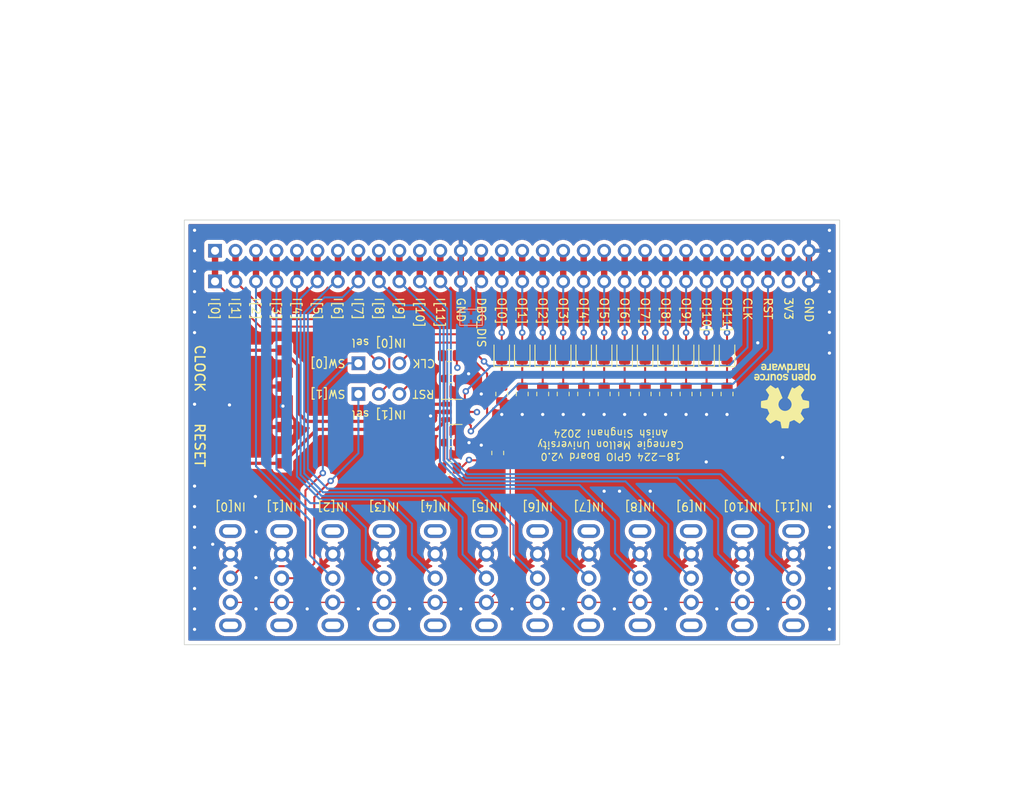
<source format=kicad_pcb>
(kicad_pcb (version 20221018) (generator pcbnew)
  (layers (0 "F.Cu" signal) (1 "In1.Cu" signal) (2 "In2.Cu" signal) (31 "B.Cu" signal) (34 "B.Paste" user) (35 "F.Paste" user) (36 "B.SilkS" user "B.Silkscreen") (37 "F.SilkS" user "F.Silkscreen") (38 "B.Mask" user) (39 "F.Mask" user) (44 "Edge.Cuts" user))
  (net 0 "")
  (net 1 "DBG_DIS")
  (net 2 "+3V3")
  (net 3 "Net-(C5-Pad1)")
  (net 4 "Net-(C6-Pad1)")
  (net 5 "Net-(D1-K)")
  (net 6 "out0")
  (net 7 "Net-(D2-K)")
  (net 8 "out1")
  (net 9 "Net-(D3-K)")
  (net 10 "out2")
  (net 11 "Net-(D4-K)")
  (net 12 "out3")
  (net 13 "Net-(D5-K)")
  (net 14 "out4")
  (net 15 "Net-(D6-K)")
  (net 16 "out5")
  (net 17 "Net-(D7-K)")
  (net 18 "out6")
  (net 19 "Net-(D8-K)")
  (net 20 "out7")
  (net 21 "Net-(D9-K)")
  (net 22 "out8")
  (net 23 "Net-(D10-K)")
  (net 24 "out9")
  (net 25 "Net-(D11-K)")
  (net 26 "out10")
  (net 27 "Net-(D12-K)")
  (net 28 "out11")
  (net 29 "in0")
  (net 30 "in1")
  (net 31 "in2")
  (net 32 "in3")
  (net 33 "in4")
  (net 34 "in5")
  (net 35 "in6")
  (net 36 "in7")
  (net 37 "in8")
  (net 38 "in9")
  (net 39 "in10")
  (net 40 "in11")
  (net 41 "uio_clk")
  (net 42 "uio_rst")
  (net 43 "SWPWR")
  (net 44 "GND")
  (net 45 "in1sw")
  (net 46 "in0sw")
  (footprint "Resistor_SMD:R_0805_2012Metric" (layer "F.Cu") (at 148.4575 82.87 180)
    (fp_text reference "R16" hide)
    (fp_text value "10K")
  )
  (footprint "Resistor_SMD:R_0805_2012Metric" (layer "F.Cu") (at 154.94 87.63 -90)
    (fp_text reference "R1" hide)
    (fp_text value "1K")
  )
  (footprint "SS12F44G4:SS12F44G4" (layer "F.Cu") (at 121.285 110.49 180)
    (fp_text reference "SW1" hide)
    (fp_text value "SS12F44G4")
  )
  (footprint "Resistor_SMD:R_0805_2012Metric" (layer "F.Cu") (at 148.4575 96.84 180)
    (fp_text reference "R15" hide)
    (fp_text value "10K")
  )
  (footprint "LED_SMD:LED_0805_2012Metric" (layer "F.Cu") (at 175.26 82.55 90)
    (fp_text reference "D9" hide)
    (fp_text value "LED")
  )
  (footprint "LED_SMD:LED_0805_2012Metric" (layer "F.Cu") (at 167.64 82.55 90)
    (fp_text reference "D6" hide)
    (fp_text value "LED")
  )
  (footprint "Capacitor_SMD:C_0603_1608Metric" (layer "F.Cu") (at 148.59 85.725)
    (fp_text reference "C6" hide)
    (fp_text value "1u")
  )
  (footprint "Resistor_SMD:R_0805_2012Metric" (layer "F.Cu") (at 167.64 87.63 -90)
    (fp_text reference "R6" hide)
    (fp_text value "1K")
  )
  (footprint "Resistor_SMD:R_0805_2012Metric" (layer "F.Cu") (at 180.34 87.63 -90)
    (fp_text reference "R11" hide)
    (fp_text value "1K")
  )
  (footprint "LED_SMD:LED_0805_2012Metric" (layer "F.Cu") (at 160.02 82.55 90)
    (fp_text reference "D3" hide)
    (fp_text value "LED")
  )
  (footprint "Resistor_SMD:R_0805_2012Metric" (layer "F.Cu") (at 162.56 87.63 -90)
    (fp_text reference "R4" hide)
    (fp_text value "1K")
  )
  (footprint "SS12F44G4:SS12F44G4" (layer "F.Cu") (at 146.685 110.49 180)
    (fp_text reference "SW5" hide)
    (fp_text value "SS12F44G4")
  )
  (footprint "SS12F44G4:SS12F44G4" (layer "F.Cu") (at 191.135 110.49 180)
    (fp_text reference "SW12" hide)
    (fp_text value "SS12F44G4")
  )
  (footprint "LED_SMD:LED_0805_2012Metric" (layer "F.Cu") (at 172.72 82.55 90)
    (fp_text reference "D8" hide)
    (fp_text value "LED")
  )
  (footprint "Resistor_SMD:R_0805_2012Metric" (layer "F.Cu") (at 175.26 87.63 -90)
    (fp_text reference "R9" hide)
    (fp_text value "1K")
  )
  (footprint "LED_SMD:LED_0805_2012Metric" (layer "F.Cu") (at 154.94 82.55 90)
    (fp_text reference "D1" hide)
    (fp_text value "LED")
  )
  (footprint "Resistor_SMD:R_0805_2012Metric" (layer "F.Cu") (at 170.18 87.63 -90)
    (fp_text reference "R7" hide)
    (fp_text value "1K")
  )
  (footprint "Resistor_SMD:R_0805_2012Metric" (layer "F.Cu") (at 165.1 87.63 -90)
    (fp_text reference "R5" hide)
    (fp_text value "1K")
  )
  (footprint "LED_SMD:LED_0805_2012Metric" (layer "F.Cu") (at 177.8 82.55 90)
    (fp_text reference "D10" hide)
    (fp_text value "LED")
  )
  (footprint "SS12F44G4:SS12F44G4" (layer "F.Cu") (at 178.435 110.49 180)
    (fp_text reference "SW10" hide)
    (fp_text value "SS12F44G4")
  )
  (footprint "Button_Switch_SMD:SW_Push_1P1T_NO_6x6mm_H9.5mm" (layer "F.Cu") (at 123.825 93.98)
    (fp_text reference "SW13" hide)
    (fp_text value "BTN_RST")
  )
  (footprint "SS12F44G4:SS12F44G4" (layer "F.Cu") (at 140.335 110.49 180)
    (fp_text reference "SW4" hide)
    (fp_text value "SS12F44G4")
  )
  (footprint "LED_SMD:LED_0805_2012Metric" (layer "F.Cu") (at 180.34 82.55 90)
    (fp_text reference "D11" hide)
    (fp_text value "LED")
  )
  (footprint "SS12F44G4:SS12F44G4" (layer "F.Cu") (at 184.785 110.49 180)
    (fp_text reference "SW11" hide)
    (fp_text value "SS12F44G4")
  )
  (footprint "Connector_PinHeader_2.54mm:PinHeader_1x03_P2.54mm_Vertical" (layer "F.Cu") (at 137.16 83.82 90)
    (fp_text reference "JP4" hide)
    (fp_text value "CLK_JMP")
  )
  (footprint "SS12F44G4:SS12F44G4" (layer "F.Cu") (at 133.985 110.49 180)
    (fp_text reference "SW3" hide)
    (fp_text value "SS12F44G4")
  )
  (footprint "SS12F44G4:SS12F44G4" (layer "F.Cu") (at 159.385 110.49 180)
    (fp_text reference "SW7" hide)
    (fp_text value "SS12F44G4")
  )
  (footprint "LED_SMD:LED_0805_2012Metric" (layer "F.Cu") (at 162.56 82.55 90)
    (fp_text reference "D4" hide)
    (fp_text value "LED")
  )
  (footprint "Resistor_SMD:R_0805_2012Metric" (layer "F.Cu") (at 172.72 87.63 -90)
    (fp_text reference "R8" hide)
    (fp_text value "1K")
  )
  (footprint "Resistor_SMD:R_0805_2012Metric" (layer "F.Cu") (at 160.02 87.63 -90)
    (fp_text reference "R3" hide)
    (fp_text value "1K")
  )
  (footprint "SS12F44G4:SS12F44G4" (layer "F.Cu") (at 172.085 110.49 180)
    (fp_text reference "SW9" hide)
    (fp_text value "SS12F44G4")
  )
  (footprint "Resistor_SMD:R_0805_2012Metric" (layer "F.Cu") (at 154.44 94.95 90)
    (fp_text reference "R17" hide)
    (fp_text value "330R")
  )
  (footprint "SS12F44G4:SS12F44G4" (layer "F.Cu") (at 127.635 110.49 180)
    (fp_text reference "SW2" hide)
    (fp_text value "SS12F44G4")
  )
  (footprint "Connector_PinHeader_2.54mm:PinHeader_1x30_P2.54mm_Vertical" (layer "F.Cu") (at 119.38 69.85 90)
    (fp_text reference "J1" hide)
    (fp_text value "GPIO_HDR")
  )
  (footprint "LED_SMD:LED_0805_2012Metric" (layer "F.Cu") (at 170.18 82.55 90)
    (fp_text reference "D7" hide)
    (fp_text value "LED")
  )
  (footprint "LED_SMD:LED_0805_2012Metric" (layer "F.Cu") (at 165.1 82.55 90)
    (fp_text reference "D5" hide)
    (fp_text value "LED")
  )
  (footprint "SS12F44G4:SS12F44G4" (layer "F.Cu") (at 165.735 110.49 180)
    (fp_text reference "SW8" hide)
    (fp_text value "SS12F44G4")
  )
  (footprint "Connector_PinHeader_2.54mm:PinHeader_1x03_P2.54mm_Vertical" (layer "F.Cu") (at 137.16 87.63 90)
    (fp_text reference "JP1" hide)
    (fp_text value "RST_JMP")
  )
  (footprint "Resistor_SMD:R_0805_2012Metric" (layer "F.Cu") (at 157.48 87.63 -90)
    (fp_text reference "R2" hide)
    (fp_text value "1K")
  )
  (footprint "LED_SMD:LED_0805_2012Metric" (layer "F.Cu") (at 182.88 82.55 90)
    (fp_text reference "D12" hide)
    (fp_text value "LED")
  )
  (footprint "Connector_PinHeader_2.54mm:PinHeader_1x30_P2.54mm_Vertical" (layer "F.Cu") (at 119.38 73.66 90)
    (fp_text reference "J3" hide)
    (fp_text value "BREAKOUT_HDR")
  )
  (footprint "Capacitor_SMD:C_0603_1608Metric" (layer "F.Cu") (at 148.59 93.665)
    (fp_text reference "C5" hide)
    (fp_text value "1u")
  )
  (footprint "Resistor_SMD:R_0805_2012Metric" (layer "F.Cu") (at 177.8 87.63 -90)
    (fp_text reference "R10" hide)
    (fp_text value "1K")
  )
  (footprint "Button_Switch_SMD:SW_Push_1P1T_NO_6x6mm_H9.5mm" (layer "F.Cu") (at 123.825 84.455 180)
    (fp_text reference "SW14" hide)
    (fp_text value "BTN_CLK")
  )
  (footprint "Symbol:OSHW-Logo_7.5x8mm_SilkScreen" (layer "F.Cu") (at 190.08 87.88 180)
    (fp_text reference "REF**" hide)
    (fp_text value "OSHW-Logo_7.5x8mm_SilkScreen" hide)
  )
  (footprint "Package_TO_SOT_SMD:SOT-23-6" (layer "F.Cu") (at 149.225 89.855)
    (fp_text reference "U2" hide)
    (fp_text value "74LVC2G14")
  )
  (footprint "LED_SMD:LED_0805_2012Metric" (layer "F.Cu") (at 157.48 82.55 90)
    (fp_text reference "D2" hide)
    (fp_text value "LED")
  )
  (footprint "Resistor_SMD:R_0805_2012Metric" (layer "F.Cu") (at 182.88 87.63 -90)
    (fp_text reference "R12" hide)
    (fp_text value "1K")
  )
  (footprint "SS12F44G4:SS12F44G4" (layer "F.Cu") (at 153.035 110.49 180)
    (fp_text reference "SW6" hide)
    (fp_text value "SS12F44G4")
  )
  (footprint "Jumper:SolderJumper-2_P1.3mm_Bridged_Pad1.0x1.5mm" (layer "B.Cu") (at 151.13 78.105 180)
    (fp_text reference "JP3" hide)
    (fp_text value "DBG_JMP" hide)
  )
  (gr_rect (start 115.57 66.04) (end 196.85 118.745) (stroke (width 0.1)) (fill none) (layer "Edge.Cuts"))
  (gr_text "DBG_DIS" (at 152.4 75.565 270) (layer "F.SilkS") (effects (font (size 1 1)) (justify left)))
  (gr_text "SW[1]" (at 135.636 87.63 180) (layer "F.SilkS") (effects (font (size 1 1)) (justify left)))
  (gr_text "IN[4]" (at 146.685 101.6 180) (layer "F.SilkS") (effects (font (size 1 1))))
  (gr_text "RST" (at 187.96 75.565 270) (layer "F.SilkS") (effects (font (size 1 1)) (justify left)))
  (gr_text "IN[7]" (at 165.735 101.6 180) (layer "F.SilkS") (effects (font (size 1 1))))
  (gr_text "IN[1]" (at 127.635 101.6 180) (layer "F.SilkS") (effects (font (size 1 1))))
  (gr_text "IN[0] sel" (at 139.7 81.28 180) (layer "F.SilkS") (effects (font (size 1 1))))
  (gr_text "I[4]" (at 129.54 75.565 270) (layer "F.SilkS") (effects (font (size 1 1)) (justify left)))
  (gr_text "I[9]" (at 142.24 75.565 270) (layer "F.SilkS") (effects (font (size 1 1)) (justify left)))
  (gr_text "IN[3]" (at 140.335 101.6 180) (layer "F.SilkS") (effects (font (size 1 1))))
  (gr_text "I[10]" (at 144.78 75.565 270) (layer "F.SilkS") (effects (font (size 1 1)) (justify left)))
  (gr_text "CLK" (at 143.764 83.82 180) (layer "F.SilkS") (effects (font (size 1 1)) (justify right)))
  (gr_text "IN[0]" (at 121.285 101.6 180) (layer "F.SilkS") (effects (font (size 1 1))))
  (gr_text "I[8]" (at 139.7 75.565 270) (layer "F.SilkS") (effects (font (size 1 1)) (justify left)))
  (gr_text "GND" (at 193.04 75.565 270) (layer "F.SilkS") (effects (font (size 1 1)) (justify left)))
  (gr_text "CLOCK" (at 117.475 84.455 -90) (layer "F.SilkS") (effects (font (size 1.2 1.2) (thickness 0.2) bold)))
  (gr_text "I[3]" (at 127 75.565 270) (layer "F.SilkS") (effects (font (size 1 1)) (justify left)))
  (gr_text "O[10]" (at 180.34 75.565 270) (layer "F.SilkS") (effects (font (size 1 1)) (justify left)))
  (gr_text "3V3" (at 190.5 75.565 270) (layer "F.SilkS") (effects (font (size 1 1)) (justify left)))
  (gr_text "O[5]" (at 167.64 75.565 270) (layer "F.SilkS") (effects (font (size 1 1)) (justify left)))
  (gr_text "O[1]" (at 157.48 75.565 270) (layer "F.SilkS") (effects (font (size 1 1)) (justify left)))
  (gr_text "IN[1] sel" (at 139.7 90.17 180) (layer "F.SilkS") (effects (font (size 1 1))))
  (gr_text "I[2]" (at 124.46 75.565 270) (layer "F.SilkS") (effects (font (size 1 1)) (justify left)))
  (gr_text "IN[6]" (at 159.385 101.6 180) (layer "F.SilkS") (effects (font (size 1 1))))
  (gr_text "18-224 GPIO Board v2.0\nCarnegie Mellon University\nAnish Singhani 2024" (at 168.44 93.96 180) (layer "F.SilkS") (effects (font (size 0.9 0.9) (thickness 0.13))))
  (gr_text "IN[11]" (at 191.135 101.6 180) (layer "F.SilkS") (effects (font (size 1 1))))
  (gr_text "O[6]" (at 170.18 75.565 270) (layer "F.SilkS") (effects (font (size 1 1)) (justify left)))
  (gr_text "I[1]" (at 121.92 75.565 270) (layer "F.SilkS") (effects (font (size 1 1)) (justify left)))
  (gr_text "RST" (at 143.764 87.63 180) (layer "F.SilkS") (effects (font (size 1 1)) (justify right)))
  (gr_text "I[5]" (at 132.08 75.565 270) (layer "F.SilkS") (effects (font (size 1 1)) (justify left)))
  (gr_text "SW[0]" (at 135.636 83.82 180) (layer "F.SilkS") (effects (font (size 1 1)) (justify left)))
  (gr_text "O[7]" (at 172.72 75.565 270) (layer "F.SilkS") (effects (font (size 1 1)) (justify left)))
  (gr_text "O[0]" (at 154.94 75.565 270) (layer "F.SilkS") (effects (font (size 1 1)) (justify left)))
  (gr_text "IN[10]" (at 184.785 101.6 180) (layer "F.SilkS") (effects (font (size 1 1))))
  (gr_text "I[11]" (at 147.32 75.565 270) (layer "F.SilkS") (effects (font (size 1 1)) (justify left)))
  (gr_text "O[9]" (at 177.8 75.565 270) (layer "F.SilkS") (effects (font (size 1 1)) (justify left)))
  (gr_text "I[6]" (at 134.62 75.565 270) (layer "F.SilkS") (effects (font (size 1 1)) (justify left)))
  (gr_text "GND" (at 149.86 75.565 270) (layer "F.SilkS") (effects (font (size 1 1)) (justify left)))
  (gr_text "IN[5]" (at 153.035 101.6 180) (layer "F.SilkS") (effects (font (size 1 1))))
  (gr_text "I[0]" (at 119.38 75.565 -90) (layer "F.SilkS") (effects (font (size 1 1)) (justify left)))
  (gr_text "IN[2]" (at 133.985 101.6 180) (layer "F.SilkS") (effects (font (size 1 1))))
  (gr_text "IN[9]" (at 178.435 101.6 180) (layer "F.SilkS") (effects (font (size 1 1))))
  (gr_text "O[11]" (at 182.88 75.565 270) (layer "F.SilkS") (effects (font (size 1 1)) (justify left)))
  (gr_text "IN[8]" (at 172.085 101.6 180) (layer "F.SilkS") (effects (font (size 1 1))))
  (gr_text "O[3]" (at 162.56 75.565 270) (layer "F.SilkS") (effects (font (size 1 1)) (justify left)))
  (gr_text "O[8]" (at 175.26 75.565 270) (layer "F.SilkS") (effects (font (size 1 1)) (justify left)))
  (gr_text "O[2]" (at 160.02 75.565 270) (layer "F.SilkS") (effects (font (size 1 1)) (justify left)))
  (gr_text "O[4]" (at 165.1 75.565 270) (layer "F.SilkS") (effects (font (size 1 1)) (justify left)))
  (gr_text "I[7]" (at 137.16 75.565 270) (layer "F.SilkS") (effects (font (size 1 1)) (justify left)))
  (gr_text "RESET" (at 117.475 93.98 -90) (layer "F.SilkS") (effects (font (size 1.2 1.2) (thickness 0.2) bold)))
  (gr_text "CLK" (at 185.42 75.565 270) (layer "F.SilkS") (effects (font (size 1 1)) (justify left)))
  (segment (start 152.4 73.66) (end 152.4 69.85) (width 0.8) (layer "F.Cu") (net 1))
  (segment (start 151.78 74.28) (end 152.4 73.66) (width 0.25) (layer "B.Cu") (net 1))
  (segment (start 151.78 78.105) (end 151.78 74.28) (width 0.25) (layer "B.Cu") (net 1))
  (segment (start 190.5 73.66) (end 190.5 69.85) (width 0.8) (layer "F.Cu") (net 2))
  (segment (start 150.9325 95.8625) (end 150.88 95.81) (width 0.25) (layer "F.Cu") (net 2))
  (segment (start 149.37 82.87) (end 149.37 84.3) (width 0.25) (layer "F.Cu") (net 2))
  (segment (start 149.37 84.3) (end 149.44 84.37) (width 0.25) (layer "F.Cu") (net 2))
  (segment (start 151.835 89.855) (end 151.86 89.88) (width 0.25) (layer "F.Cu") (net 2))
  (segment (start 149.85 96.84) (end 150.88 95.81) (width 0.25) (layer "F.Cu") (net 2))
  (segment (start 150.3625 89.855) (end 151.835 89.855) (width 0.25) (layer "F.Cu") (net 2))
  (segment (start 149.37 96.84) (end 149.85 96.84) (width 0.25) (layer "F.Cu") (net 2))
  (segment (start 154.44 95.8625) (end 150.9325 95.8625) (width 0.25) (layer "F.Cu") (net 2))
  (via (at 151.86 89.88) (size 0.8) (drill 0.4) (layers "F.Cu" "B.Cu") (net 2))
  (via (at 150.88 95.81) (size 0.8) (drill 0.4) (layers "F.Cu" "B.Cu") (net 2))
  (via (at 149.44 84.37) (size 0.8) (drill 0.4) (layers "F.Cu" "B.Cu") (net 2))
  (segment (start 146.8725 92.02) (end 148.0875 90.805) (width 0.4) (layer "F.Cu") (net 3))
  (segment (start 119.85 96.23) (end 127.8 96.23) (width 0.4) (layer "F.Cu") (net 3))
  (segment (start 132.01 92.02) (end 146.8725 92.02) (width 0.4) (layer "F.Cu") (net 3))
  (segment (start 147.815 93.665) (end 147.815 96.57) (width 0.25) (layer "F.Cu") (net 3))
  (segment (start 147.815 91.0775) (end 148.0875 90.805) (width 0.25) (layer "F.Cu") (net 3))
  (segment (start 147.815 93.665) (end 147.815 91.0775) (width 0.25) (layer "F.Cu") (net 3))
  (segment (start 127.8 96.23) (end 132.01 92.02) (width 0.4) (layer "F.Cu") (net 3))
  (segment (start 144.65 89.47) (end 145.215 88.905) (width 0.4) (layer "F.Cu") (net 4))
  (segment (start 147.815 88.6325) (end 148.0875 88.905) (width 0.25) (layer "F.Cu") (net 4))
  (segment (start 130.73 91.03) (end 143.77 91.03) (width 0.4) (layer "F.Cu") (net 4))
  (segment (start 129.73 90.03) (end 130.73 91.03) (width 0.4) (layer "F.Cu") (net 4))
  (segment (start 143.77 91.03) (end 144.65 90.15) (width 0.4) (layer "F.Cu") (net 4))
  (segment (start 145.215 88.905) (end 148.0875 88.905) (width 0.4) (layer "F.Cu") (net 4))
  (segment (start 144.65 90.15) (end 144.65 89.47) (width 0.4) (layer "F.Cu") (net 4))
  (segment (start 147.815 83.14) (end 147.815 85.725) (width 0.25) (layer "F.Cu") (net 4))
  (segment (start 147.815 85.725) (end 147.815 88.6325) (width 0.25) (layer "F.Cu") (net 4))
  (segment (start 129.73 84.135) (end 129.73 90.03) (width 0.4) (layer "F.Cu") (net 4))
  (segment (start 119.85 82.205) (end 127.8 82.205) (width 0.4) (layer "F.Cu") (net 4))
  (segment (start 127.8 82.205) (end 129.73 84.135) (width 0.4) (layer "F.Cu") (net 4))
  (segment (start 154.94 86.7175) (end 154.94 83.4875) (width 0.25) (layer "F.Cu") (net 5))
  (segment (start 154.94 69.85) (end 154.94 73.66) (width 0.8) (layer "F.Cu") (net 6))
  (segment (start 154.94 81.6125) (end 154.94 80.01) (width 0.25) (layer "F.Cu") (net 6))
  (via (at 154.94 80.01) (size 0.8) (drill 0.4) (layers "F.Cu" "B.Cu") (net 6))
  (segment (start 154.94 80.01) (end 154.94 73.66) (width 0.25) (layer "B.Cu") (net 6))
  (segment (start 157.48 83.4875) (end 157.48 86.7175) (width 0.25) (layer "F.Cu") (net 7))
  (segment (start 157.48 81.6125) (end 157.48 80.01) (width 0.25) (layer "F.Cu") (net 8))
  (segment (start 157.48 73.66) (end 157.48 69.85) (width 0.8) (layer "F.Cu") (net 8))
  (via (at 157.48 80.01) (size 0.8) (drill 0.4) (layers "F.Cu" "B.Cu") (net 8))
  (segment (start 157.48 73.66) (end 157.48 80.01) (width 0.25) (layer "B.Cu") (net 8))
  (segment (start 160.02 86.7175) (end 160.02 83.4875) (width 0.25) (layer "F.Cu") (net 9))
  (segment (start 160.02 81.6125) (end 160.02 80.01) (width 0.25) (layer "F.Cu") (net 10))
  (segment (start 160.02 69.85) (end 160.02 73.66) (width 0.8) (layer "F.Cu") (net 10))
  (via (at 160.02 80.01) (size 0.8) (drill 0.4) (layers "F.Cu" "B.Cu") (net 10))
  (segment (start 160.02 80.01) (end 160.02 73.66) (width 0.25) (layer "B.Cu") (net 10))
  (segment (start 162.56 83.4875) (end 162.56 86.7175) (width 0.25) (layer "F.Cu") (net 11))
  (segment (start 162.56 81.6125) (end 162.56 80.01) (width 0.25) (layer "F.Cu") (net 12))
  (segment (start 162.56 69.85) (end 162.56 73.66) (width 0.8) (layer "F.Cu") (net 12))
  (via (at 162.56 80.01) (size 0.8) (drill 0.4) (layers "F.Cu" "B.Cu") (net 12))
  (segment (start 162.56 80.01) (end 162.56 73.66) (width 0.25) (layer "B.Cu") (net 12))
  (segment (start 165.1 86.7175) (end 165.1 83.4875) (width 0.25) (layer "F.Cu") (net 13))
  (segment (start 165.1 73.66) (end 165.1 69.85) (width 0.8) (layer "F.Cu") (net 14))
  (segment (start 165.1 81.6125) (end 165.1 80.01) (width 0.25) (layer "F.Cu") (net 14))
  (via (at 165.1 80.01) (size 0.8) (drill 0.4) (layers "F.Cu" "B.Cu") (net 14))
  (segment (start 165.1 80.01) (end 165.1 73.66) (width 0.25) (layer "B.Cu") (net 14))
  (segment (start 167.64 83.4875) (end 167.64 86.7175) (width 0.25) (layer "F.Cu") (net 15))
  (segment (start 167.64 69.85) (end 167.64 73.66) (width 0.8) (layer "F.Cu") (net 16))
  (segment (start 167.64 81.6125) (end 167.64 80.01) (width 0.25) (layer "F.Cu") (net 16))
  (via (at 167.64 80.01) (size 0.8) (drill 0.4) (layers "F.Cu" "B.Cu") (net 16))
  (segment (start 167.64 80.01) (end 167.64 73.66) (width 0.25) (layer "B.Cu") (net 16))
  (segment (start 170.18 86.7175) (end 170.18 83.4875) (width 0.25) (layer "F.Cu") (net 17))
  (segment (start 170.18 73.66) (end 170.18 69.85) (width 0.8) (layer "F.Cu") (net 18))
  (segment (start 170.18 81.6125) (end 170.18 80.01) (width 0.25) (layer "F.Cu") (net 18))
  (via (at 170.18 80.01) (size 0.8) (drill 0.4) (layers "F.Cu" "B.Cu") (net 18))
  (segment (start 170.18 80.01) (end 170.18 73.66) (width 0.25) (layer "B.Cu") (net 18))
  (segment (start 172.72 83.4875) (end 172.72 86.7175) (width 0.25) (layer "F.Cu") (net 19))
  (segment (start 172.72 81.6125) (end 172.72 80.01) (width 0.25) (layer "F.Cu") (net 20))
  (segment (start 172.72 69.85) (end 172.72 73.66) (width 0.8) (layer "F.Cu") (net 20))
  (via (at 172.72 80.01) (size 0.8) (drill 0.4) (layers "F.Cu" "B.Cu") (net 20))
  (segment (start 172.72 80.01) (end 172.72 73.66) (width 0.25) (layer "B.Cu") (net 20))
  (segment (start 175.26 86.7175) (end 175.26 83.4875) (width 0.25) (layer "F.Cu") (net 21))
  (segment (start 175.26 81.6125) (end 175.26 80.01) (width 0.25) (layer "F.Cu") (net 22))
  (segment (start 175.26 73.66) (end 175.26 69.85) (width 0.8) (layer "F.Cu") (net 22))
  (via (at 175.26 80.01) (size 0.8) (drill 0.4) (layers "F.Cu" "B.Cu") (net 22))
  (segment (start 175.26 80.01) (end 175.26 73.66) (width 0.25) (layer "B.Cu") (net 22))
  (segment (start 177.8 83.4875) (end 177.8 86.7175) (width 0.25) (layer "F.Cu") (net 23))
  (segment (start 177.8 69.85) (end 177.8 73.66) (width 0.8) (layer "F.Cu") (net 24))
  (segment (start 177.8 81.6125) (end 177.8 80.01) (width 0.25) (layer "F.Cu") (net 24))
  (via (at 177.8 80.01) (size 0.8) (drill 0.4) (layers "F.Cu" "B.Cu") (net 24))
  (segment (start 177.8 80.01) (end 177.8 73.66) (width 0.25) (layer "B.Cu") (net 24))
  (segment (start 180.34 86.7175) (end 180.34 83.4875) (width 0.25) (layer "F.Cu") (net 25))
  (segment (start 180.34 81.6125) (end 180.34 80.01) (width 0.25) (layer "F.Cu") (net 26))
  (segment (start 180.34 73.66) (end 180.34 69.85) (width 0.8) (layer "F.Cu") (net 26))
  (via (at 180.34 80.01) (size 0.8) (drill 0.4) (layers "F.Cu" "B.Cu") (net 26))
  (segment (start 180.34 80.01) (end 180.34 73.66) (width 0.25) (layer "B.Cu") (net 26))
  (segment (start 182.88 83.4875) (end 182.88 86.7175) (width 0.25) (layer "F.Cu") (net 27))
  (segment (start 182.88 69.85) (end 182.88 73.66) (width 0.8) (layer "F.Cu") (net 28))
  (segment (start 182.88 81.6125) (end 182.88 80.01) (width 0.25) (layer "F.Cu") (net 28))
  (via (at 182.88 80.01) (size 0.8) (drill 0.4) (layers "F.Cu" "B.Cu") (net 28))
  (segment (start 182.88 80.01) (end 182.88 73.66) (width 0.25) (layer "B.Cu") (net 28))
  (segment (start 124.99 79.27) (end 135.15 79.27) (width 0.25) (layer "F.Cu") (net 29))
  (segment (start 119.38 73.66) (end 124.99 79.27) (width 0.25) (layer "F.Cu") (net 29))
  (segment (start 119.38 69.85) (end 119.38 73.66) (width 0.8) (layer "F.Cu") (net 29))
  (segment (start 135.15 79.27) (end 139.7 83.82) (width 0.25) (layer "F.Cu") (net 29))
  (segment (start 140.99 82.27) (end 140.99 86.34) (width 0.25) (layer "F.Cu") (net 30))
  (segment (start 126.6 78.34) (end 137.06 78.34) (width 0.25) (layer "F.Cu") (net 30))
  (segment (start 121.92 73.66) (end 121.92 69.85) (width 0.8) (layer "F.Cu") (net 30))
  (segment (start 140.99 86.34) (end 139.7 87.63) (width 0.25) (layer "F.Cu") (net 30))
  (segment (start 137.06 78.34) (end 140.99 82.27) (width 0.25) (layer "F.Cu") (net 30))
  (segment (start 121.92 73.66) (end 126.6 78.34) (width 0.25) (layer "F.Cu") (net 30))
  (segment (start 124.46 69.85) (end 124.46 73.66) (width 0.8) (layer "F.Cu") (net 31))
  (segment (start 124.46 73.66) (end 124.46 96.6) (width 0.25) (layer "B.Cu") (net 31))
  (segment (start 124.46 96.6) (end 131.17 103.31) (width 0.25) (layer "B.Cu") (net 31))
  (segment (start 131.17 107.675) (end 133.985 110.49) (width 0.25) (layer "B.Cu") (net 31))
  (segment (start 131.17 103.31) (end 131.17 107.675) (width 0.25) (layer "B.Cu") (net 31))
  (segment (start 127 73.66) (end 127 69.85) (width 0.8) (layer "F.Cu") (net 32))
  (segment (start 135.02 101.18) (end 138.08 104.24) (width 0.25) (layer "B.Cu") (net 32))
  (segment (start 127 96.97) (end 131.21 101.18) (width 0.25) (layer "B.Cu") (net 32))
  (segment (start 131.21 101.18) (end 135.02 101.18) (width 0.25) (layer "B.Cu") (net 32))
  (segment (start 127 73.66) (end 127 96.97) (width 0.25) (layer "B.Cu") (net 32))
  (segment (start 138.08 108.235) (end 140.335 110.49) (width 0.25) (layer "B.Cu") (net 32))
  (segment (start 138.08 104.24) (end 138.08 108.235) (width 0.25) (layer "B.Cu") (net 32))
  (segment (start 129.54 69.85) (end 129.54 73.66) (width 0.8) (layer "F.Cu") (net 33))
  (segment (start 143.8 107.605) (end 146.685 110.49) (width 0.25) (layer "B.Cu") (net 33))
  (segment (start 140.81 100.73) (end 143.8 103.72) (width 0.25) (layer "B.Cu") (net 33))
  (segment (start 129.54 73.66) (end 129.54 97.86) (width 0.25) (layer "B.Cu") (net 33))
  (segment (start 143.8 103.72) (end 143.8 107.605) (width 0.25) (layer "B.Cu") (net 33))
  (segment (start 132.41 100.73) (end 140.81 100.73) (width 0.25) (layer "B.Cu") (net 33))
  (segment (start 129.54 97.86) (end 132.41 100.73) (width 0.25) (layer "B.Cu") (net 33))
  (segment (start 132.08 73.66) (end 132.08 69.85) (width 0.8) (layer "F.Cu") (net 34))
  (segment (start 129.99 75.75) (end 132.08 73.66) (width 0.25) (layer "B.Cu") (net 34))
  (segment (start 150.08 102.96) (end 147.4 100.28) (width 0.25) (layer "B.Cu") (net 34))
  (segment (start 153.035 110.49) (end 150.08 107.535) (width 0.25) (layer "B.Cu") (net 34))
  (segment (start 150.08 107.535) (end 150.08 102.96) (width 0.25) (layer "B.Cu") (net 34))
  (segment (start 129.99 97.673604) (end 129.99 75.75) (width 0.25) (layer "B.Cu") (net 34))
  (segment (start 132.596396 100.28) (end 129.99 97.673604) (width 0.25) (layer "B.Cu") (net 34))
  (segment (start 147.4 100.28) (end 132.596396 100.28) (width 0.25) (layer "B.Cu") (net 34))
  (segment (start 134.62 69.85) (end 134.62 73.66) (width 0.8) (layer "F.Cu") (net 35))
  (segment (start 134.3 73.66) (end 134.62 73.66) (width 0.25) (layer "B.Cu") (net 35))
  (segment (start 156.39 103.95) (end 152.27 99.83) (width 0.25) (layer "B.Cu") (net 35))
  (segment (start 156.39 107.495) (end 156.39 103.95) (width 0.25) (layer "B.Cu") (net 35))
  (segment (start 130.44 77.52) (end 134.3 73.66) (width 0.25) (layer "B.Cu") (net 35))
  (segment (start 159.385 110.49) (end 156.39 107.495) (width 0.25) (layer "B.Cu") (net 35))
  (segment (start 132.782792 99.83) (end 130.44 97.487208) (width 0.25) (layer "B.Cu") (net 35))
  (segment (start 130.44 97.487208) (end 130.44 77.52) (width 0.25) (layer "B.Cu") (net 35))
  (segment (start 152.27 99.83) (end 132.782792 99.83) (width 0.25) (layer "B.Cu") (net 35))
  (segment (start 137.16 73.66) (end 137.16 69.85) (width 0.8) (layer "F.Cu") (net 36))
  (segment (start 130.89 96.95) (end 130.89 77.706396) (width 0.25) (layer "B.Cu") (net 36))
  (segment (start 135.176802 75.643198) (end 137.16 73.66) (width 0.25) (layer "B.Cu") (net 36))
  (segment (start 132.953198 75.643198) (end 135.176802 75.643198) (width 0.25) (layer "B.Cu") (net 36))
  (segment (start 165.735 110.49) (end 162.96 107.715) (width 0.25) (layer "B.Cu") (net 36))
  (segment (start 162.96 103.36) (end 158.98 99.38) (width 0.25) (layer "B.Cu") (net 36))
  (segment (start 130.89 77.706396) (end 132.953198 75.643198) (width 0.25) (layer "B.Cu") (net 36))
  (segment (start 133.32 99.38) (end 130.89 96.95) (width 0.25) (layer "B.Cu") (net 36))
  (segment (start 158.98 99.38) (end 133.32 99.38) (width 0.25) (layer "B.Cu") (net 36))
  (segment (start 162.96 107.715) (end 162.96 103.36) (width 0.25) (layer "B.Cu") (net 36))
  (segment (start 139.7 69.85) (end 139.7 73.66) (width 0.8) (layer "F.Cu") (net 37))
  (segment (start 168.99 107.395) (end 172.085 110.49) (width 0.25) (layer "B.Cu") (net 37))
  (segment (start 142.66 76.62) (end 144.563604 76.62) (width 0.25) (layer "B.Cu") (net 37))
  (segment (start 150.46 98.93) (end 164.6 98.93) (width 0.25) (layer "B.Cu") (net 37))
  (segment (start 168.99 103.32) (end 168.99 107.395) (width 0.25) (layer "B.Cu") (net 37))
  (segment (start 147.275 79.331396) (end 147.275 96.044188) (width 0.25) (layer "B.Cu") (net 37))
  (segment (start 150.160812 98.93) (end 150.46 98.93) (width 0.25) (layer "B.Cu") (net 37))
  (segment (start 164.6 98.93) (end 168.99 103.32) (width 0.25) (layer "B.Cu") (net 37))
  (segment (start 139.7 73.66) (end 142.66 76.62) (width 0.25) (layer "B.Cu") (net 37))
  (segment (start 144.563604 76.62) (end 147.275 79.331396) (width 0.25) (layer "B.Cu") (net 37))
  (segment (start 147.275 96.044188) (end 150.160812 98.93) (width 0.25) (layer "B.Cu") (net 37))
  (segment (start 142.24 73.66) (end 142.24 69.85) (width 0.8) (layer "F.Cu") (net 38))
  (segment (start 150.64 98.48) (end 170.28 98.48) (width 0.25) (layer "B.Cu") (net 38))
  (segment (start 175.6 107.655) (end 178.435 110.49) (width 0.25) (layer "B.Cu") (net 38))
  (segment (start 147.725 79.145) (end 147.725 95.857792) (width 0.25) (layer "B.Cu") (net 38))
  (segment (start 170.28 98.48) (end 175.6 103.8) (width 0.25) (layer "B.Cu") (net 38))
  (segment (start 142.24 73.66) (end 147.725 79.145) (width 0.25) (layer "B.Cu") (net 38))
  (segment (start 150.347208 98.48) (end 150.64 98.48) (width 0.25) (layer "B.Cu") (net 38))
  (segment (start 175.6 103.8) (end 175.6 107.655) (width 0.25) (layer "B.Cu") (net 38))
  (segment (start 147.725 95.857792) (end 150.347208 98.48) (width 0.25) (layer "B.Cu") (net 38))
  (segment (start 144.78 69.85) (end 144.78 73.66) (width 0.8) (layer "F.Cu") (net 39))
  (segment (start 148.175 77.055) (end 148.175 95.671396) (width 0.25) (layer "B.Cu") (net 39))
  (segment (start 181.78 103.08) (end 181.78 107.485) (width 0.25) (layer "B.Cu") (net 39))
  (segment (start 150.533604 98.03) (end 151.15 98.03) (width 0.25) (layer "B.Cu") (net 39))
  (segment (start 148.175 95.671396) (end 150.533604 98.03) (width 0.25) (layer "B.Cu") (net 39))
  (segment (start 144.78 73.66) (end 148.175 77.055) (width 0.25) (layer "B.Cu") (net 39))
  (segment (start 176.73 98.03) (end 181.78 103.08) (width 0.25) (layer "B.Cu") (net 39))
  (segment (start 181.78 107.485) (end 184.785 110.49) (width 0.25) (layer "B.Cu") (net 39))
  (segment (start 151.15 98.03) (end 176.73 98.03) (width 0.25) (layer "B.Cu") (net 39))
  (segment (start 147.32 73.66) (end 147.32 69.85) (width 0.8) (layer "F.Cu") (net 40))
  (segment (start 188.2 107.555) (end 188.2 103.72) (width 0.25) (layer "B.Cu") (net 40))
  (segment (start 150.72 97.58) (end 148.625 95.485) (width 0.25) (layer "B.Cu") (net 40))
  (segment (start 148.625 95.485) (end 148.625 74.965) (width 0.25) (layer "B.Cu") (net 40))
  (segment (start 148.625 74.965) (end 147.32 73.66) (width 0.25) (layer "B.Cu") (net 40))
  (segment (start 188.2 103.72) (end 182.06 97.58) (width 0.25) (layer "B.Cu") (net 40))
  (segment (start 182.06 97.58) (end 150.72 97.58) (width 0.25) (layer "B.Cu") (net 40))
  (segment (start 191.135 110.49) (end 188.2 107.555) (width 0.25) (layer "B.Cu") (net 40))
  (segment (start 150.3625 88.905) (end 150.3625 87.4175) (width 0.25) (layer "F.Cu") (net 41))
  (segment (start 145.85 80.21) (end 146.24 80.21) (width 0.25) (layer "F.Cu") (net 41))
  (segment (start 146.24 80.21) (end 149.36 80.21) (width 0.25) (layer "F.Cu") (net 41))
  (segment (start 142.24 83.82) (end 145.85 80.21) (width 0.25) (layer "F.Cu") (net 41))
  (segment (start 149.36 80.21) (end 152.74 83.59) (width 0.25) (layer "F.Cu") (net 41))
  (segment (start 150.3625 87.4175) (end 150.48 87.3) (width 0.25) (layer "F.Cu") (net 41))
  (segment (start 185.42 73.66) (end 185.42 69.85) (width 0.8) (layer "F.Cu") (net 41))
  (via (at 150.48 87.3) (size 0.8) (drill 0.4) (layers "F.Cu" "B.Cu") (net 41))
  (via (at 152.74 83.59) (size 0.8) (drill 0.4) (layers "F.Cu" "B.Cu") (net 41))
  (segment (start 185.42 81.84) (end 183.12 84.14) (width 0.25) (layer "B.Cu") (net 41))
  (segment (start 185.42 73.66) (end 185.42 81.84) (width 0.25) (layer "B.Cu") (net 41))
  (segment (start 153.29 84.14) (end 152.74 83.59) (width 0.25) (layer "B.Cu") (net 41))
  (segment (start 153.87 84.14) (end 153.64 84.14) (width 0.25) (layer "B.Cu") (net 41))
  (segment (start 153.64 84.14) (end 150.48 87.3) (width 0.25) (layer "B.Cu") (net 41))
  (segment (start 153.87 84.14) (end 153.29 84.14) (width 0.25) (layer "B.Cu") (net 41))
  (segment (start 183.12 84.14) (end 153.87 84.14) (width 0.25) (layer "B.Cu") (net 41))
  (segment (start 187.96 69.85) (end 187.96 73.66) (width 0.8) (layer "F.Cu") (net 42))
  (segment (start 149.275673 81.25) (end 146.471701 81.25) (width 0.25) (layer "F.Cu") (net 42))
  (segment (start 153.125 90.235) (end 153.125 85.099327) (width 0.25) (layer "F.Cu") (net 42))
  (segment (start 146.471701 81.25) (end 143.76 83.961701) (width 0.25) (layer "F.Cu") (net 42))
  (segment (start 151.11 92.25) (end 153.125 90.235) (width 0.25) (layer "F.Cu") (net 42))
  (segment (start 153.125 85.099327) (end 149.275673 81.25) (width 0.25) (layer "F.Cu") (net 42))
  (segment (start 151.11 92.25) (end 151.11 91.5525) (width 0.25) (layer "F.Cu") (net 42))
  (segment (start 143.76 83.961701) (end 143.76 86.11) (width 0.25) (layer "F.Cu") (net 42))
  (segment (start 143.76 86.11) (end 142.24 87.63) (width 0.25) (layer "F.Cu") (net 42))
  (segment (start 151.11 91.5525) (end 150.3625 90.805) (width 0.25) (layer "F.Cu") (net 42))
  (via (at 151.11 92.25) (size 0.8) (drill 0.4) (layers "F.Cu" "B.Cu") (net 42))
  (segment (start 157 86.36) (end 183.64 86.36) (width 0.25) (layer "B.Cu") (net 42))
  (segment (start 187.96 82.04) (end 187.96 73.66) (width 0.25) (layer "B.Cu") (net 42))
  (segment (start 183.64 86.36) (end 187.96 82.04) (width 0.25) (layer "B.Cu") (net 42))
  (segment (start 151.11 92.25) (end 157 86.36) (width 0.25) (layer "B.Cu") (net 42))
  (segment (start 127.635 113.49) (end 133.985 113.49) (width 0.15) (layer "F.Cu") (net 43))
  (segment (start 159.385 113.49) (end 165.735 113.49) (width 0.15) (layer "F.Cu") (net 43))
  (segment (start 121.285 113.49) (end 127.635 113.49) (width 0.15) (layer "F.Cu") (net 43))
  (segment (start 165.735 113.49) (end 172.085 113.49) (width 0.15) (layer "F.Cu") (net 43))
  (segment (start 153.035 113.49) (end 159.385 113.49) (width 0.15) (layer "F.Cu") (net 43))
  (segment (start 178.435 113.49) (end 184.785 113.49) (width 0.15) (layer "F.Cu") (net 43))
  (segment (start 133.985 113.49) (end 140.335 113.49) (width 0.15) (layer "F.Cu") (net 43))
  (segment (start 155.99 94.52) (end 155.99 110.535) (width 0.15) (layer "F.Cu") (net 43))
  (segment (start 172.085 113.49) (end 178.435 113.49) (width 0.15) (layer "F.Cu") (net 43))
  (segment (start 155.5075 94.0375) (end 155.99 94.52) (width 0.15) (layer "F.Cu") (net 43))
  (segment (start 146.685 113.49) (end 153.035 113.49) (width 0.15) (layer "F.Cu") (net 43))
  (segment (start 140.335 113.49) (end 146.685 113.49) (width 0.15) (layer "F.Cu") (net 43))
  (segment (start 153.035 113.49) (end 155.99 110.535) (width 0.15) (layer "F.Cu") (net 43))
  (segment (start 184.785 113.49) (end 191.135 113.49) (width 0.15) (layer "F.Cu") (net 43))
  (segment (start 154.44 94.0375) (end 155.5075 94.0375) (width 0.15) (layer "F.Cu") (net 43))
  (segment (start 193.04 69.85) (end 193.04 73.66) (width 0.8) (layer "F.Cu") (net 44))
  (segment (start 165.1 88.5425) (end 165.1 90.17) (width 0.25) (layer "F.Cu") (net 44))
  (segment (start 160.02 88.5425) (end 160.02 90.17) (width 0.25) (layer "F.Cu") (net 44))
  (segment (start 162.56 88.5425) (end 162.56 90.17) (width 0.25) (layer "F.Cu") (net 44))
  (segment (start 119.85 91.73) (end 119.85 89.69) (width 0.4) (layer "F.Cu") (net 44))
  (segment (start 150.225 85.725) (end 150.83 85.12) (width 0.25) (layer "F.Cu") (net 44))
  (segment (start 157.48 88.5425) (end 157.48 90.17) (width 0.25) (layer "F.Cu") (net 44))
  (segment (start 170.18 88.5425) (end 170.18 90.17) (width 0.25) (layer "F.Cu") (net 44))
  (segment (start 120.47 89.69) (end 121.17 88.99) (width 0.4) (layer "F.Cu") (net 44))
  (segment (start 149.365 93.665) (end 150.875 93.665) (width 0.25) (layer "F.Cu") (net 44))
  (segment (start 172.72 88.5425) (end 172.72 90.17) (width 0.25) (layer "F.Cu") (net 44))
  (segment (start 127.8 91.73) (end 127.8 89.13) (width 0.4) (layer "F.Cu") (net 44))
  (segment (start 148.0875 89.855) (end 146.615 89.855) (width 0.25) (layer "F.Cu") (net 44))
  (segment (start 149.365 85.725) (end 150.225 85.725) (width 0.25) (layer "F.Cu") (net 44))
  (segment (start 180.34 88.5425) (end 180.34 90.17) (width 0.25) (layer "F.Cu") (net 44))
  (segment (start 154.94 88.5425) (end 182.88 88.5425) (width 0.4) (layer "F.Cu") (net 44))
  (segment (start 146.615 89.855) (end 146.11 90.36) (width 0.25) (layer "F.Cu") (net 44))
  (segment (start 150.875 93.665) (end 150.88 93.67) (width 0.25) (layer "F.Cu") (net 44))
  (segment (start 167.64 88.5425) (end 167.64 90.17) (width 0.25) (layer "F.Cu") (net 44))
  (segment (start 119.85 89.69) (end 120.47 89.69) (width 0.4) (layer "F.Cu") (net 44))
  (segment (start 127.8 86.705) (end 127.8 89.13) (width 0.4) (layer "F.Cu") (net 44))
  (segment (start 175.26 88.5425) (end 175.26 90.17) (width 0.25) (layer "F.Cu") (net 44))
  (segment (start 154.94 88.5425) (end 154.94 90.17) (width 0.25) (layer "F.Cu") (net 44))
  (segment (start 177.8 88.5425) (end 177.8 90.17) (width 0.25) (layer "F.Cu") (net 44))
  (segment (start 182.88 88.5425) (end 182.88 90.17) (width 0.25) (layer "F.Cu") (net 44))
  (segment (start 119.85 89.69) (end 119.85 86.705) (width 0.4) (layer "F.Cu") (net 44))
  (segment (start 149.86 69.85) (end 149.86 73.66) (width 0.8) (layer "F.Cu") (net 44))
  (via (at 181.61 114.3) (size 0.8) (drill 0.4) (layers "F.Cu" "B.Cu") (net 44))
  (via (at 116.84 111.76) (size 0.8) (drill 0.4) (layers "F.Cu" "B.Cu") (net 44))
  (via (at 127.8 89.13) (size 0.8) (drill 0.4) (layers "F.Cu" "B.Cu") (net 44))
  (via (at 169.545 99.695) (size 0.8) (drill 0.4) (layers "F.Cu" "B.Cu") (net 44))
  (via (at 116.84 116.84) (size 0.8) (drill 0.4) (layers "F.Cu" "B.Cu") (net 44))
  (via (at 162.56 90.17) (size 0.8) (drill 0.4) (layers "F.Cu" "B.Cu") (net 44))
  (via (at 165.1 90.17) (size 0.8) (drill 0.4) (layers "F.Cu" "B.Cu") (net 44))
  (via (at 116.84 114.3) (size 0.8) (drill 0.4) (layers "F.Cu" "B.Cu") (net 44))
  (via (at 167.64 99.695) (size 0.8) (drill 0.4) (layers "F.Cu" "B.Cu") (net 44))
  (via (at 195.58 116.84) (size 0.8) (drill 0.4) (layers "F.Cu" "B.Cu") (net 44))
  (via (at 175.26 114.3) (size 0.8) (drill 0.4) (layers "F.Cu" "B.Cu") (net 44))
  (via (at 116.84 106.68) (size 0.8) (drill 0.4) (layers "F.Cu" "B.Cu") (net 44))
  (via (at 162.56 114.3) (size 0.8) (drill 0.4) (layers "F.Cu" "B.Cu") (net 44))
  (via (at 168.91 114.3) (size 0.8) (drill 0.4) (layers "F.Cu" "B.Cu") (net 44))
  (via (at 195.58 111.76) (size 0.8) (drill 0.4) (layers "F.Cu" "B.Cu") (net 44))
  (via (at 187.96 114.3) (size 0.8) (drill 0.4) (layers "F.Cu" "B.Cu") (net 44))
  (via (at 195.58 106.68) (size 0.8) (drill 0.4) (layers "F.Cu" "B.Cu") (net 44))
  (via (at 156.21 114.3) (size 0.8) (drill 0.4) (layers "F.Cu" "B.Cu") (net 44))
  (via (at 195.58 72.39) (size 0.8) (drill 0.4) (layers "F.Cu" "B.Cu") (net 44))
  (via (at 152.4 93.98) (size 0.8) (drill 0.4) (layers "F.Cu" "B.Cu") (net 44))
  (via (at 124.46 114.3) (size 0.8) (drill 0.4) (layers "F.Cu" "B.Cu") (net 44))
  (via (at 116.84 77.47) (size 0.8) (drill 0.4) (layers "F.Cu" "B.Cu") (net 44))
  (via (at 195.58 69.85) (size 0.8) (drill 0.4) (layers "F.Cu" "B.Cu") (net 44))
  (via (at 195.58 67.31) (size 0.8) (drill 0.4) (layers "F.Cu" "B.Cu") (net 44))
  (via (at 124.48 104.73) (size 0.8) (drill 0.4) (layers "F.Cu" "B.Cu") (net 44))
  (via (at 116.84 104.14) (size 0.8) (drill 0.4) (layers "F.Cu" "B.Cu") (net 44))
  (via (at 195.58 74.93) (size 0.8) (drill 0.4) (layers "F.Cu" "B.Cu") (net 44))
  (via (at 116.84 88.9) (size 0.8) (drill 0.4) (layers "F.Cu" "B.Cu") (net 44))
  (via (at 180.34 90.17) (size 0.8) (drill 0.4) (layers "F.Cu" "B.Cu") (net 44))
  (via (at 195.58 109.22) (size 0.8) (drill 0.4) (layers "F.Cu" "B.Cu") (net 44))
  (via (at 116.84 109.22) (size 0.8) (drill 0.4) (layers "F.Cu" "B.Cu") (net 44))
  (via (at 116.84 72.39) (size 0.8) (drill 0.4) (layers "F.Cu" "B.Cu") (net 44))
  (via (at 182.88 90.17) (size 0.8) (drill 0.4) (layers "F.Cu" "B.Cu") (net 44))
  (via (at 143.51 114.3) (size 0.8) (drill 0.4) (layers "F.Cu" "B.Cu") (net 44))
  (via (at 167.64 90.17) (size 0.8) (drill 0.4) (layers "F.Cu" "B.Cu") (net 44))
  (via (at 152.4 87.63) (size 0.8) (drill 0.4) (layers "F.Cu" "B.Cu") (net 44))
  (via (at 195.58 82.55) (size 0.8) (drill 0.4) (layers "F.Cu" "B.Cu") (net 44))
  (via (at 157.48 90.17) (size 0.8) (drill 0.4) (layers "F.Cu" "B.Cu") (net 44))
  (via (at 195.58 104.14) (size 0.8) (drill 0.4) (layers "F.Cu" "B.Cu") (net 44))
  (via (at 137.16 114.3) (size 0.8) (drill 0.4) (layers "F.Cu" "B.Cu") (net 44))
  (via (at 195.58 80.01) (size 0.8) (drill 0.4) (layers "F.Cu" "B.Cu") (net 44))
  (via (at 124.38 100.35) (size 0.8) (drill 0.4) (layers "F.Cu" "B.Cu") (net 44))
  (via (at 154.94 90.17) (size 0.8) (drill 0.4) (layers "F.Cu" "B.Cu") (net 44))
  (via (at 124.46 110.43) (size 0.8) (drill 0.4) (layers "F.Cu" "B.Cu") (net 44))
  (via (at 116.84 69.85) (size 0.8) (drill 0.4) (layers "F.Cu" "B.Cu") (net 44))
  (via (at 116.84 67.31) (size 0.8) (drill 0.4) (layers "F.Cu" "B.Cu") (net 44))
  (via (at 116.84 80.01) (size 0.8) (drill 0.4) (layers "F.Cu" "B.Cu") (net 44))
  (via (at 180.3 96.06) (size 0.8) (drill 0.4) (layers "F.Cu" "B.Cu") (net 44))
  (via (at 116.84 101.6) (size 0.8) (drill 0.4) (layers "F.Cu" "B.Cu") (net 44))
  (via (at 173.355 99.695) (size 0.8) (drill 0.4) (layers "F.Cu" "B.Cu") (net 44))
  (via (at 177.8 90.17) (size 0.8) (drill 0.4) (layers "F.Cu" "B.Cu") (net 44))
  (via (at 195.58 114.3) (size 0.8) (drill 0.4) (layers "F.Cu" "B.Cu") (net 44))
  (via (at 116.84 99.06) (size 0.8) (drill 0.4) (layers "F.Cu" "B.Cu") (net 44))
  (via (at 160.02 90.17) (size 0.8) (drill 0.4) (layers "F.Cu" "B.Cu") (net 44))
  (via (at 170.18 90.17) (size 0.8) (drill 0.4) (layers "F.Cu" "B.Cu") (net 44))
  (via (at 186.69 81.28) (size 0.8) (drill 0.4) (layers "F.Cu" "B.Cu") (net 44))
  (via (at 116.84 74.93) (size 0.8) (drill 0.4) (layers "F.Cu" "B.Cu") (net 44))
  (via (at 195.58 77.47) (size 0.8) (drill 0.4) (layers "F.Cu" "B.Cu") (net 44))
  (via (at 172.72 90.17) (size 0.8) (drill 0.4) (layers "F.Cu" "B.Cu") (net 44))
  (via (at 150.83 85.12) (size 0.8) (drill 0.4) (layers "F.Cu" "B.Cu") (net 44))
  (via (at 149.86 114.3) (size 0.8) (drill 0.4) (layers "F.Cu" "B.Cu") (net 44))
  (via (at 195.58 101.6) (size 0.8) (drill 0.4) (layers "F.Cu" "B.Cu") (net 44))
  (via (at 175.26 90.17) (size 0.8) (drill 0.4) (layers "F.Cu" "B.Cu") (net 44))
  (via (at 146.11 90.36) (size 0.8) (drill 0.4) (layers "F.Cu" "B.Cu") (net 44))
  (via (at 150.88 93.67) (size 0.8) (drill 0.4) (layers "F.Cu" "B.Cu") (net 44))
  (via (at 189.78 95.51) (size 0.8) (drill 0.4) (layers "F.Cu" "B.Cu") (net 44))
  (via (at 121.17 88.99) (size 0.8) (drill 0.4) (layers "F.Cu" "B.Cu") (net 44))
  (via (at 119.09 106.28) (size 0.8) (drill 0.4) (layers "F.Cu" "B.Cu") (net 44))
  (via (at 130.81 114.3) (size 0.8) (drill 0.4) (layers "F.Cu" "B.Cu") (net 44))
  (segment (start 149.86 73.66) (end 149.86 77.485) (width 0.25) (layer "B.Cu") (net 44))
  (segment (start 149.86 77.485) (end 150.48 78.105) (width 0.25) (layer "B.Cu") (net 44))
  (segment (start 129.87 110.49) (end 127.635 110.49) (width 0.25) (layer "F.Cu") (net 45))
  (segment (start 133.72 98.42) (end 131.69 100.45) (width 0.25) (layer "F.Cu") (net 45))
  (segment (start 131.69 108.67) (end 129.87 110.49) (width 0.25) (layer "F.Cu") (net 45))
  (segment (start 131.69 100.45) (end 131.69 108.67) (width 0.25) (layer "F.Cu") (net 45))
  (via (at 133.72 98.42) (size 0.8) (drill 0.4) (layers "F.Cu" "B.Cu") (net 45))
  (segment (start 137.16 94.98) (end 137.16 87.63) (width 0.25) (layer "B.Cu") (net 45))
  (segment (start 133.72 98.42) (end 137.16 94.98) (width 0.25) (layer "B.Cu") (net 45))
  (segment (start 132.75 97.44) (end 130.59 99.6) (width 0.25) (layer "F.Cu") (net 46))
  (segment (start 122.775 109) (end 121.285 110.49) (width 0.25) (layer "F.Cu") (net 46))
  (segment (start 130.59 99.6) (end 130.59 108.17) (width 0.25) (layer "F.Cu") (net 46))
  (segment (start 129.76 109) (end 122.775 109) (width 0.25) (layer "F.Cu") (net 46))
  (segment (start 130.59 108.17) (end 129.76 109) (width 0.25) (layer "F.Cu") (net 46))
  (via (at 132.75 97.44) (size 0.8) (drill 0.4) (layers "F.Cu" "B.Cu") (net 46))
  (segment (start 135.89 83.82) (end 137.16 83.82) (width 0.25) (layer "B.Cu") (net 46))
  (segment (start 132.75 86.96) (end 135.89 83.82) (width 0.25) (layer "B.Cu") (net 46))
  (segment (start 132.75 86.96) (end 132.75 97.44) (width 0.25) (layer "B.Cu") (net 46))
  (zone (net 44) (net_name "GND") (layers "F.Cu" "In2.Cu" "B.Cu") (connect_pads (clearance 0.5)) (min_thickness 0.25) (fill yes (thermal_gap 0.5) (thermal_bridge_width 0.5))
    (polygon (pts (xy 105.41 57.15) (xy 205.74 51.435) (xy 209.55 128.905) (xy 102.87 131.445)))
  )
)
</source>
